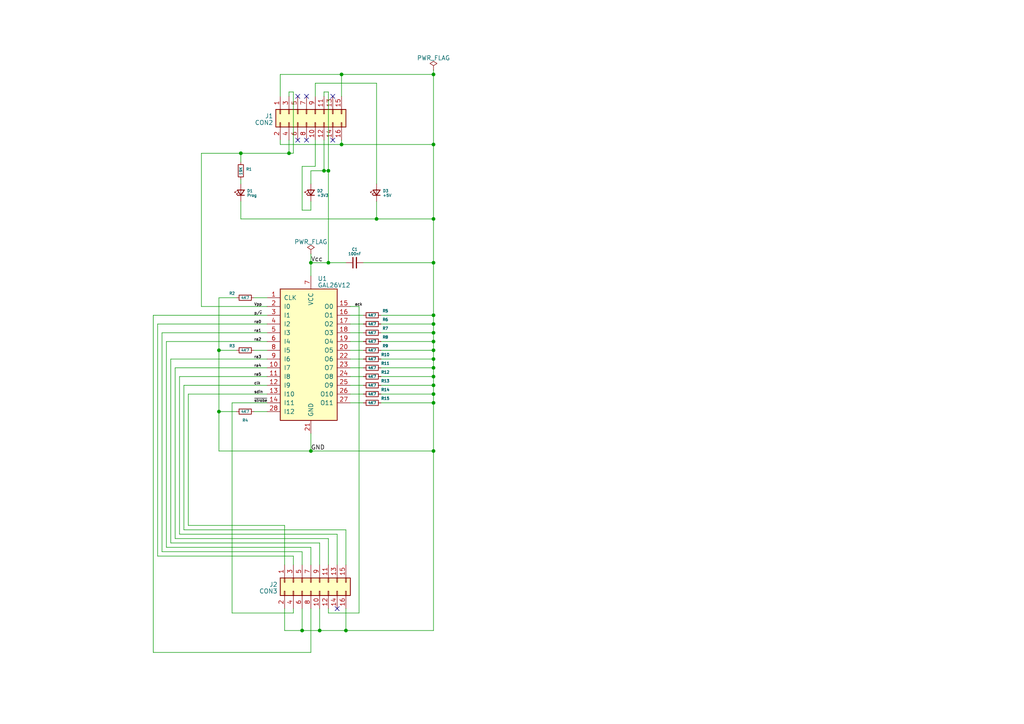
<source format=kicad_sch>
(kicad_sch (version 20230121) (generator eeschema)
  (paper "A4")
  (title_block (title "CSGBlaster PLCC28 (GAL26V12) Programming Adapter.") (date "2021-05-17") (rev "1.0") (comment 3 "for the GAL26V12 device in PLCC packaging.") (comment 4 "A PLCC28 Adapter for the CSGBlaster GAL programming board specifically"))
  (lib_symbols
    (symbol "Connector_Generic:Conn_02x08_Odd_Even" (pin_names (offset 1.016) hide)
      (property "Reference" "J" (at 1.27 10.16 0))
      (property "Value" "Conn_02x08_Odd_Even" (at 1.27 -12.7 0))
      (symbol "Conn_02x08_Odd_Even_1_1"
        (rectangle (start -1.27 -10.033) (end 0 -10.287) (stroke (width 0.1524)))
        (rectangle (start -1.27 -7.493) (end 0 -7.747) (stroke (width 0.1524)))
        (rectangle (start -1.27 -4.953) (end 0 -5.207) (stroke (width 0.1524)))
        (rectangle (start -1.27 -2.413) (end 0 -2.667) (stroke (width 0.1524)))
        (rectangle (start -1.27 0.127) (end 0 -0.127) (stroke (width 0.1524)))
        (rectangle (start -1.27 2.667) (end 0 2.413) (stroke (width 0.1524)))
        (rectangle (start -1.27 5.207) (end 0 4.953) (stroke (width 0.1524)))
        (rectangle (start -1.27 7.747) (end 0 7.493) (stroke (width 0.1524)))
        (rectangle (start -1.27 8.89) (end 3.81 -11.43) (stroke (width 0.254)) (fill (type background)))
        (rectangle (start 3.81 -10.033) (end 2.54 -10.287) (stroke (width 0.1524)))
        (rectangle (start 3.81 -7.493) (end 2.54 -7.747) (stroke (width 0.1524)))
        (rectangle (start 3.81 -4.953) (end 2.54 -5.207) (stroke (width 0.1524)))
        (rectangle (start 3.81 -2.413) (end 2.54 -2.667) (stroke (width 0.1524)))
        (rectangle (start 3.81 0.127) (end 2.54 -0.127) (stroke (width 0.1524)))
        (rectangle (start 3.81 2.667) (end 2.54 2.413) (stroke (width 0.1524)))
        (rectangle (start 3.81 5.207) (end 2.54 4.953) (stroke (width 0.1524)))
        (rectangle (start 3.81 7.747) (end 2.54 7.493) (stroke (width 0.1524)))
        (pin passive line (at -5.08 7.62 0) (length 3.81) (name "Pin_1") (number "1"))
        (pin passive line (at 7.62 -2.54 180) (length 3.81) (name "Pin_10") (number "10"))
        (pin passive line (at -5.08 -5.08 0) (length 3.81) (name "Pin_11") (number "11"))
        (pin passive line (at 7.62 -5.08 180) (length 3.81) (name "Pin_12") (number "12"))
        (pin passive line (at -5.08 -7.62 0) (length 3.81) (name "Pin_13") (number "13"))
        (pin passive line (at 7.62 -7.62 180) (length 3.81) (name "Pin_14") (number "14"))
        (pin passive line (at -5.08 -10.16 0) (length 3.81) (name "Pin_15") (number "15"))
        (pin passive line (at 7.62 -10.16 180) (length 3.81) (name "Pin_16") (number "16"))
        (pin passive line (at 7.62 7.62 180) (length 3.81) (name "Pin_2") (number "2"))
        (pin passive line (at -5.08 5.08 0) (length 3.81) (name "Pin_3") (number "3"))
        (pin passive line (at 7.62 5.08 180) (length 3.81) (name "Pin_4") (number "4"))
        (pin passive line (at -5.08 2.54 0) (length 3.81) (name "Pin_5") (number "5"))
        (pin passive line (at 7.62 2.54 180) (length 3.81) (name "Pin_6") (number "6"))
        (pin passive line (at -5.08 0 0) (length 3.81) (name "Pin_7") (number "7"))
        (pin passive line (at 7.62 0 180) (length 3.81) (name "Pin_8") (number "8"))
        (pin passive line (at -5.08 -2.54 0) (length 3.81) (name "Pin_9") (number "9"))
      )
    )
    (symbol "Device:C_Small" (pin_numbers hide) (pin_names (offset 0.254) hide)
      (property "Reference" "C" (at 0.254 1.778 0))
      (property "Value" "C_Small" (at 0.254 -2.032 0))
      (symbol "C_Small_0_1"
        (polyline (pts (xy -1.524 -0.508) (xy 1.524 -0.508)) (stroke (width 0.3302)))
        (polyline (pts (xy -1.524 0.508) (xy 1.524 0.508)) (stroke (width 0.3048)))
      )
      (symbol "C_Small_1_1"
        (pin passive line (at 0 2.54 270) (length 2.032) (name "~") (number "1"))
        (pin passive line (at 0 -2.54 90) (length 2.032) (name "~") (number "2"))
      )
    )
    (symbol "Device:LED_Small" (pin_numbers hide) (pin_names (offset 0.254) hide)
      (property "Reference" "D" (at -1.27 3.175 0))
      (property "Value" "LED_Small" (at -4.445 -2.54 0))
      (symbol "LED_Small_0_1"
        (polyline (pts (xy -0.762 -1.016) (xy -0.762 1.016)) (stroke (width 0.254)))
        (polyline (pts (xy 1.016 0) (xy -0.762 0)))
        (polyline (pts (xy 0.762 -1.016) (xy -0.762 0) (xy 0.762 1.016) (xy 0.762 -1.016)) (stroke (width 0.254)))
        (polyline (pts (xy 0 0.762) (xy -0.508 1.27) (xy -0.254 1.27) (xy -0.508 1.27) (xy -0.508 1.016)))
        (polyline (pts (xy 0.508 1.27) (xy 0 1.778) (xy 0.254 1.778) (xy 0 1.778) (xy 0 1.524)))
      )
      (symbol "LED_Small_1_1"
        (pin passive line (at -2.54 0 0) (length 1.778) (name "K") (number "1"))
        (pin passive line (at 2.54 0 180) (length 1.778) (name "A") (number "2"))
      )
    )
    (symbol "Device:R_Small" (pin_numbers hide) (pin_names (offset 0.254) hide)
      (property "Reference" "R" (at 0.762 0.508 0))
      (property "Value" "R_Small" (at 0.762 -1.016 0))
      (symbol "R_Small_0_1"
        (rectangle (start -0.762 1.778) (end 0.762 -1.778) (stroke (width 0.2032)))
      )
      (symbol "R_Small_1_1"
        (pin passive line (at 0 2.54 270) (length 0.762) (name "~") (number "1"))
        (pin passive line (at 0 -2.54 90) (length 0.762) (name "~") (number "2"))
      )
    )
    (symbol "GAL26Adapter:GAL26V12" (pin_names (offset 1.016))
      (property "Reference" "U?" (at 2.0194 18.9398 0))
      (property "Value" "GAL26V12" (at 2.0194 16.4029 0))
      (symbol "GAL26V12_0_0"
        (pin power_in line (at 0 -26.67 90) (length 3.81) (name "GND") (number "21"))
        (pin power_in line (at 0 19.05 270) (length 3.81) (name "VCC") (number "7"))
      )
      (symbol "GAL26V12_0_1"
        (rectangle (start -8.89 15.24) (end 7.62 -22.86) (stroke (width 0.254)) (fill (type background)))
      )
      (symbol "GAL26V12_1_1"
        (pin input line (at -12.7 12.7 0) (length 3.81) (name "CLK") (number "1"))
        (pin input line (at -12.7 -7.62 0) (length 3.81) (name "I7") (number "10"))
        (pin input line (at -12.7 -10.16 0) (length 3.81) (name "I8") (number "11"))
        (pin input line (at -12.7 -12.7 0) (length 3.81) (name "I9") (number "12"))
        (pin input line (at -12.7 -15.24 0) (length 3.81) (name "I10") (number "13"))
        (pin input line (at -12.7 -17.78 0) (length 3.81) (name "I11") (number "14"))
        (pin input line (at 11.43 10.16 180) (length 3.81) (name "O0") (number "15"))
        (pin input line (at 11.43 7.62 180) (length 3.81) (name "O1") (number "16"))
        (pin input line (at 11.43 5.08 180) (length 3.81) (name "O2") (number "17"))
        (pin output line (at 11.43 2.54 180) (length 3.81) (name "O3") (number "18"))
        (pin output line (at 11.43 0 180) (length 3.81) (name "O4") (number "19"))
        (pin input line (at -12.7 10.16 0) (length 3.81) (name "I0") (number "2"))
        (pin output line (at 11.43 -2.54 180) (length 3.81) (name "O5") (number "20"))
        (pin output line (at 11.43 -5.08 180) (length 3.81) (name "O6") (number "22"))
        (pin output line (at 11.43 -7.62 180) (length 3.81) (name "O7") (number "23"))
        (pin output line (at 11.43 -10.16 180) (length 3.81) (name "O8") (number "24"))
        (pin output line (at 11.43 -12.7 180) (length 3.81) (name "O9") (number "25"))
        (pin output line (at 11.43 -15.24 180) (length 3.81) (name "O10") (number "26"))
        (pin output line (at 11.43 -17.78 180) (length 3.81) (name "O11") (number "27"))
        (pin input line (at -12.7 -20.32 0) (length 3.81) (name "I12") (number "28"))
        (pin input line (at -12.7 7.62 0) (length 3.81) (name "I1") (number "3"))
        (pin input line (at -12.7 5.08 0) (length 3.81) (name "I2") (number "4"))
        (pin input line (at -12.7 2.54 0) (length 3.81) (name "I3") (number "5"))
        (pin input line (at -12.7 0 0) (length 3.81) (name "I4") (number "6"))
        (pin input line (at -12.7 -2.54 0) (length 3.81) (name "I5") (number "8"))
        (pin input line (at -12.7 -5.08 0) (length 3.81) (name "I6") (number "9"))
      )
    )
    (symbol "power:PWR_FLAG" (power) (pin_numbers hide) (pin_names (offset 0) hide)
      (property "Value" "PWR_FLAG" (at 0 3.81 0))
      (symbol "PWR_FLAG_0_0"
        (pin power_out line (at 0 0 90) (length 0) (name "pwr") (number "1"))
      )
      (symbol "PWR_FLAG_0_1"
        (polyline (pts (xy 0 0) (xy 0 1.27) (xy -1.016 1.905) (xy 0 2.54) (xy 1.016 1.905) (xy 0 1.27)))
      )
    )
  )
  (junction (at 125.73 21.59))
  (junction (at 63.5 119.38))
  (junction (at 125.73 91.44))
  (junction (at 125.73 104.14))
  (junction (at 93.98 49.53))
  (junction (at 125.73 99.06))
  (junction (at 125.73 130.81))
  (junction (at 125.73 111.76))
  (junction (at 90.17 130.81))
  (junction (at 125.73 101.6))
  (junction (at 69.85 44.45))
  (junction (at 63.5 101.6))
  (junction (at 90.17 76.2))
  (junction (at 99.06 21.59))
  (junction (at 125.73 114.3))
  (junction (at 125.73 109.22))
  (junction (at 87.63 182.88))
  (junction (at 125.73 116.84))
  (junction (at 125.73 76.2))
  (junction (at 125.73 96.52))
  (junction (at 83.82 44.45))
  (junction (at 95.25 49.53))
  (junction (at 100.33 182.88))
  (junction (at 92.71 182.88))
  (junction (at 99.06 41.91))
  (junction (at 125.73 93.98))
  (junction (at 95.25 76.2))
  (junction (at 125.73 41.91))
  (junction (at 125.73 106.68))
  (junction (at 125.73 63.5))
  (junction (at 109.22 63.5))
  (no_connect (at 96.52 27.94))
  (no_connect (at 96.52 40.64))
  (no_connect (at 88.9 40.64))
  (no_connect (at 86.36 27.94))
  (no_connect (at 88.9 27.94))
  (no_connect (at 97.79 176.53))
  (no_connect (at 86.36 40.64))
  (wire (pts (xy 85.09 161.29) (xy 85.09 163.83)))
  (wire (pts (xy 54.61 114.3) (xy 54.61 152.4)))
  (wire (pts (xy 100.33 182.88) (xy 92.71 182.88)))
  (wire (pts (xy 52.07 109.22) (xy 52.07 154.94)))
  (wire (pts (xy 77.47 91.44) (xy 44.45 91.44)))
  (wire (pts (xy 90.17 125.73) (xy 90.17 130.81)))
  (wire (pts (xy 90.17 158.75) (xy 90.17 163.83)))
  (wire (pts (xy 87.63 182.88) (xy 87.63 176.53)))
  (wire (pts (xy 90.17 49.53) (xy 93.98 49.53)))
  (wire (pts (xy 83.82 26.67) (xy 83.82 27.94)))
  (wire (pts (xy 93.98 26.67) (xy 93.98 27.94)))
  (wire (pts (xy 73.66 101.6) (xy 77.47 101.6)))
  (wire (pts (xy 125.73 116.84) (xy 125.73 130.81)))
  (wire (pts (xy 95.25 156.21) (xy 95.25 163.83)))
  (wire (pts (xy 97.79 154.94) (xy 97.79 163.83)))
  (wire (pts (xy 77.47 93.98) (xy 45.72 93.98)))
  (wire (pts (xy 99.06 41.91) (xy 81.28 41.91)))
  (wire (pts (xy 69.85 52.07) (xy 69.85 53.34)))
  (wire (pts (xy 125.73 182.88) (xy 100.33 182.88)))
  (wire (pts (xy 63.5 86.36) (xy 63.5 101.6)))
  (wire (pts (xy 44.45 189.23) (xy 90.17 189.23)))
  (wire (pts (xy 69.85 44.45) (xy 69.85 46.99)))
  (wire (pts (xy 125.73 93.98) (xy 125.73 96.52)))
  (wire (pts (xy 46.99 96.52) (xy 46.99 160.02)))
  (wire (pts (xy 50.8 156.21) (xy 95.25 156.21)))
  (wire (pts (xy 45.72 161.29) (xy 85.09 161.29)))
  (wire (pts (xy 90.17 76.2) (xy 90.17 80.01)))
  (wire (pts (xy 110.49 96.52) (xy 125.73 96.52)))
  (wire (pts (xy 101.6 114.3) (xy 105.41 114.3)))
  (wire (pts (xy 95.25 76.2) (xy 100.33 76.2)))
  (wire (pts (xy 77.47 99.06) (xy 48.26 99.06)))
  (wire (pts (xy 101.6 93.98) (xy 105.41 93.98)))
  (wire (pts (xy 105.41 76.2) (xy 125.73 76.2)))
  (wire (pts (xy 90.17 60.96) (xy 87.63 60.96)))
  (wire (pts (xy 99.06 21.59) (xy 81.28 21.59)))
  (wire (pts (xy 53.34 111.76) (xy 53.34 153.67)))
  (wire (pts (xy 110.49 111.76) (xy 125.73 111.76)))
  (wire (pts (xy 101.6 111.76) (xy 105.41 111.76)))
  (wire (pts (xy 104.14 88.9) (xy 104.14 177.8)))
  (wire (pts (xy 125.73 63.5) (xy 125.73 76.2)))
  (wire (pts (xy 77.47 111.76) (xy 53.34 111.76)))
  (wire (pts (xy 90.17 189.23) (xy 90.17 176.53)))
  (wire (pts (xy 125.73 91.44) (xy 125.73 93.98)))
  (wire (pts (xy 95.25 26.67) (xy 93.98 26.67)))
  (wire (pts (xy 125.73 99.06) (xy 125.73 101.6)))
  (wire (pts (xy 50.8 106.68) (xy 50.8 156.21)))
  (wire (pts (xy 110.49 101.6) (xy 125.73 101.6)))
  (wire (pts (xy 99.06 40.64) (xy 99.06 41.91)))
  (wire (pts (xy 101.6 99.06) (xy 105.41 99.06)))
  (wire (pts (xy 69.85 63.5) (xy 109.22 63.5)))
  (wire (pts (xy 53.34 153.67) (xy 100.33 153.67)))
  (wire (pts (xy 77.47 88.9) (xy 58.42 88.9)))
  (wire (pts (xy 92.71 157.48) (xy 92.71 163.83)))
  (wire (pts (xy 81.28 21.59) (xy 81.28 27.94)))
  (wire (pts (xy 90.17 58.42) (xy 90.17 60.96)))
  (wire (pts (xy 49.53 104.14) (xy 49.53 157.48)))
  (wire (pts (xy 100.33 153.67) (xy 100.33 163.83)))
  (wire (pts (xy 99.06 41.91) (xy 125.73 41.91)))
  (wire (pts (xy 82.55 182.88) (xy 82.55 176.53)))
  (wire (pts (xy 109.22 24.13) (xy 91.44 24.13)))
  (wire (pts (xy 45.72 93.98) (xy 45.72 161.29)))
  (wire (pts (xy 63.5 119.38) (xy 63.5 130.81)))
  (wire (pts (xy 77.47 96.52) (xy 46.99 96.52)))
  (wire (pts (xy 68.58 86.36) (xy 63.5 86.36)))
  (wire (pts (xy 101.6 88.9) (xy 104.14 88.9)))
  (wire (pts (xy 58.42 44.45) (xy 69.85 44.45)))
  (wire (pts (xy 101.6 116.84) (xy 105.41 116.84)))
  (wire (pts (xy 87.63 182.88) (xy 82.55 182.88)))
  (wire (pts (xy 83.82 44.45) (xy 69.85 44.45)))
  (wire (pts (xy 91.44 40.64) (xy 91.44 48.26)))
  (wire (pts (xy 77.47 104.14) (xy 49.53 104.14)))
  (wire (pts (xy 63.5 119.38) (xy 68.58 119.38)))
  (wire (pts (xy 93.98 49.53) (xy 93.98 40.64)))
  (wire (pts (xy 85.09 26.67) (xy 83.82 26.67)))
  (wire (pts (xy 109.22 63.5) (xy 125.73 63.5)))
  (wire (pts (xy 87.63 160.02) (xy 87.63 163.83)))
  (wire (pts (xy 101.6 106.68) (xy 105.41 106.68)))
  (wire (pts (xy 125.73 21.59) (xy 99.06 21.59)))
  (wire (pts (xy 125.73 111.76) (xy 125.73 114.3)))
  (wire (pts (xy 125.73 106.68) (xy 125.73 109.22)))
  (wire (pts (xy 110.49 93.98) (xy 125.73 93.98)))
  (wire (pts (xy 125.73 96.52) (xy 125.73 99.06)))
  (wire (pts (xy 87.63 48.26) (xy 91.44 48.26)))
  (wire (pts (xy 99.06 21.59) (xy 99.06 27.94)))
  (wire (pts (xy 67.31 177.8) (xy 85.09 177.8)))
  (wire (pts (xy 90.17 73.66) (xy 90.17 76.2)))
  (wire (pts (xy 85.09 177.8) (xy 85.09 176.53)))
  (wire (pts (xy 110.49 114.3) (xy 125.73 114.3)))
  (wire (pts (xy 125.73 76.2) (xy 125.73 91.44)))
  (wire (pts (xy 83.82 40.64) (xy 83.82 44.45)))
  (wire (pts (xy 110.49 106.68) (xy 125.73 106.68)))
  (wire (pts (xy 77.47 106.68) (xy 50.8 106.68)))
  (wire (pts (xy 77.47 109.22) (xy 52.07 109.22)))
  (wire (pts (xy 110.49 109.22) (xy 125.73 109.22)))
  (wire (pts (xy 81.28 41.91) (xy 81.28 40.64)))
  (wire (pts (xy 54.61 114.3) (xy 77.47 114.3)))
  (wire (pts (xy 92.71 182.88) (xy 87.63 182.88)))
  (wire (pts (xy 67.31 116.84) (xy 67.31 177.8)))
  (wire (pts (xy 48.26 158.75) (xy 90.17 158.75)))
  (wire (pts (xy 58.42 88.9) (xy 58.42 44.45)))
  (wire (pts (xy 101.6 104.14) (xy 105.41 104.14)))
  (wire (pts (xy 109.22 63.5) (xy 109.22 58.42)))
  (wire (pts (xy 101.6 109.22) (xy 105.41 109.22)))
  (wire (pts (xy 125.73 109.22) (xy 125.73 111.76)))
  (wire (pts (xy 110.49 116.84) (xy 125.73 116.84)))
  (wire (pts (xy 82.55 152.4) (xy 82.55 163.83)))
  (wire (pts (xy 68.58 101.6) (xy 63.5 101.6)))
  (wire (pts (xy 63.5 101.6) (xy 63.5 119.38)))
  (wire (pts (xy 90.17 130.81) (xy 125.73 130.81)))
  (wire (pts (xy 95.25 76.2) (xy 90.17 76.2)))
  (wire (pts (xy 125.73 20.32) (xy 125.73 21.59)))
  (wire (pts (xy 125.73 114.3) (xy 125.73 116.84)))
  (wire (pts (xy 101.6 91.44) (xy 105.41 91.44)))
  (wire (pts (xy 83.82 44.45) (xy 85.09 44.45)))
  (wire (pts (xy 46.99 160.02) (xy 87.63 160.02)))
  (wire (pts (xy 110.49 99.06) (xy 125.73 99.06)))
  (wire (pts (xy 95.25 26.67) (xy 95.25 49.53)))
  (wire (pts (xy 91.44 24.13) (xy 91.44 27.94)))
  (wire (pts (xy 92.71 182.88) (xy 92.71 176.53)))
  (wire (pts (xy 95.25 177.8) (xy 95.25 176.53)))
  (wire (pts (xy 125.73 63.5) (xy 125.73 41.91)))
  (wire (pts (xy 73.66 119.38) (xy 77.47 119.38)))
  (wire (pts (xy 101.6 101.6) (xy 105.41 101.6)))
  (wire (pts (xy 109.22 24.13) (xy 109.22 53.34)))
  (wire (pts (xy 125.73 130.81) (xy 125.73 182.88)))
  (wire (pts (xy 69.85 58.42) (xy 69.85 63.5)))
  (wire (pts (xy 87.63 60.96) (xy 87.63 48.26)))
  (wire (pts (xy 101.6 96.52) (xy 105.41 96.52)))
  (wire (pts (xy 90.17 53.34) (xy 90.17 49.53)))
  (wire (pts (xy 85.09 44.45) (xy 85.09 26.67)))
  (wire (pts (xy 110.49 104.14) (xy 125.73 104.14)))
  (wire (pts (xy 104.14 177.8) (xy 95.25 177.8)))
  (wire (pts (xy 110.49 91.44) (xy 125.73 91.44)))
  (wire (pts (xy 125.73 104.14) (xy 125.73 106.68)))
  (wire (pts (xy 125.73 101.6) (xy 125.73 104.14)))
  (wire (pts (xy 52.07 154.94) (xy 97.79 154.94)))
  (wire (pts (xy 54.61 152.4) (xy 82.55 152.4)))
  (wire (pts (xy 95.25 49.53) (xy 95.25 76.2)))
  (wire (pts (xy 73.66 86.36) (xy 77.47 86.36)))
  (wire (pts (xy 125.73 41.91) (xy 125.73 21.59)))
  (wire (pts (xy 63.5 130.81) (xy 90.17 130.81)))
  (wire (pts (xy 93.98 49.53) (xy 95.25 49.53)))
  (wire (pts (xy 44.45 91.44) (xy 44.45 189.23)))
  (wire (pts (xy 77.47 116.84) (xy 67.31 116.84)))
  (wire (pts (xy 49.53 157.48) (xy 92.71 157.48)))
  (wire (pts (xy 100.33 182.88) (xy 100.33 176.53)))
  (wire (pts (xy 48.26 99.06) (xy 48.26 158.75)))
  (label "GND" (at 90.17 130.81 0))
  (label "ra2" (at 73.66 99.06 0) (effects (font (size 0.8 0.8))))
  (label "Vpp" (at 73.66 88.9 0) (effects (font (size 0.8 0.8))))
  (label "ack" (at 102.87 88.9 0) (effects (font (size 0.8 0.8))))
  (label "clk" (at 73.66 111.76 0) (effects (font (size 0.8 0.8))))
  (label "ra3" (at 73.66 104.14 0) (effects (font (size 0.8 0.8))))
  (label "sdin" (at 73.66 114.3 0) (effects (font (size 0.8 0.8))))
  (label "~{strobe}" (at 73.66 116.84 0) (effects (font (size 0.8 0.8))))
  (label "ra0" (at 73.66 93.98 0) (effects (font (size 0.8 0.8))))
  (label "ra1" (at 73.66 96.52 0) (effects (font (size 0.8 0.8))))
  (label "Vcc" (at 90.17 76.2 0))
  (label "ra4" (at 73.66 106.68 0) (effects (font (size 0.8 0.8))))
  (label "ra5" (at 73.66 109.22 0) (effects (font (size 0.8 0.8))))
  (label "p{slash}~{v}" (at 73.66 91.44 0) (effects (font (size 0.8 0.8))))
  (symbol (lib_id "Device:LED_Small") (at 90.17 55.88 90) (unit 1)
    (property "Reference" "D2" (at 91.948 55.364 90) (effects (font (size 0.8 0.8)) (justify right)))
    (property "Value" "+3V3" (at 91.948 56.668 90) (effects (font (size 0.8 0.8)) (justify right)))
    (property "Footprint" "LED_SMD:LED_0603_1608Metric" (effects hide))
  )
  (symbol (lib_id "Connector_Generic:Conn_02x08_Odd_Even") (at 90.17 168.91 90) (mirror x) (unit 1)
    (property "Reference" "J2" (at 80.5181 169.5363 90) (effects (justify left)))
    (property "Value" "CON3" (at 80.5181 171.4573 90) (effects (justify left)))
    (property "Footprint" "Connector_PinHeader_2.54mm:PinHeader_2x08_P2.54mm_Vertical" (effects hide))
  )
  (symbol (lib_id "Device:R_Small") (at 107.95 91.44 90) (unit 1)
    (property "Reference" "R5" (at 111.76 90.17 90) (effects (font (size 0.8 0.8))))
    (property "Value" "4K7" (at 107.95 91.44 90) (effects (font (size 0.8 0.8))))
    (property "Footprint" "Resistor_SMD:R_0805_2012Metric" (effects hide))
  )
  (symbol (lib_id "Device:R_Small") (at 107.95 109.22 90) (unit 1)
    (property "Reference" "R12" (at 111.76 107.95 90) (effects (font (size 0.8 0.8))))
    (property "Value" "4K7" (at 107.95 109.22 90) (effects (font (size 0.8 0.8))))
    (property "Footprint" "Resistor_SMD:R_0805_2012Metric" (effects hide))
  )
  (symbol (lib_id "Device:R_Small") (at 107.95 114.3 90) (unit 1)
    (property "Reference" "R14" (at 111.76 113.03 90) (effects (font (size 0.8 0.8))))
    (property "Value" "4K7" (at 107.95 114.3 90) (effects (font (size 0.8 0.8))))
    (property "Footprint" "Resistor_SMD:R_0805_2012Metric" (effects hide))
  )
  (symbol (lib_id "Device:R_Small") (at 69.85 49.53 0) (unit 1)
    (property "Reference" "R1" (at 71.3486 49.0775 0) (effects (font (size 0.8 0.8)) (justify left)))
    (property "Value" "19K" (at 69.85 50.8 90) (effects (font (size 0.8 0.8)) (justify left)))
    (property "Footprint" "Resistor_SMD:R_0805_2012Metric" (effects hide))
  )
  (symbol (lib_id "Connector_Generic:Conn_02x08_Odd_Even") (at 88.9 33.02 90) (mirror x) (unit 1)
    (property "Reference" "J1" (at 79.2481 33.6463 90) (effects (justify left)))
    (property "Value" "CON2" (at 79.2481 35.5673 90) (effects (justify left)))
    (property "Footprint" "Connector_PinHeader_2.54mm:PinHeader_2x08_P2.54mm_Vertical" (effects hide))
  )
  (symbol (lib_id "Device:R_Small") (at 107.95 104.14 90) (unit 1)
    (property "Reference" "R10" (at 111.76 102.87 90) (effects (font (size 0.8 0.8))))
    (property "Value" "4K7" (at 107.95 104.14 90) (effects (font (size 0.8 0.8))))
    (property "Footprint" "Resistor_SMD:R_0805_2012Metric" (effects hide))
  )
  (symbol (lib_id "Device:R_Small") (at 71.12 86.36 90) (unit 1)
    (property "Reference" "R2" (at 67.31 85.09 90) (effects (font (size 0.8 0.8))))
    (property "Value" "4K7" (at 71.12 86.36 90) (effects (font (size 0.8 0.8))))
    (property "Footprint" "Resistor_SMD:R_0805_2012Metric" (effects hide))
  )
  (symbol (lib_id "power:PWR_FLAG") (at 125.73 20.32 0) (unit 1)
    (property "Reference" "#FLG02" (effects hide))
    (property "Value" "PWR_FLAG" (at 125.73 16.8181 0))
  )
  (symbol (lib_id "Device:R_Small") (at 107.95 116.84 90) (unit 1)
    (property "Reference" "R15" (at 111.76 115.57 90) (effects (font (size 0.8 0.8))))
    (property "Value" "4K7" (at 107.95 116.84 90) (effects (font (size 0.8 0.8))))
    (property "Footprint" "Resistor_SMD:R_0805_2012Metric" (effects hide))
  )
  (symbol (lib_id "power:PWR_FLAG") (at 90.17 73.66 0) (unit 1)
    (property "Reference" "#FLG01" (effects hide))
    (property "Value" "PWR_FLAG" (at 90.17 70.1581 0))
  )
  (symbol (lib_id "GAL26Adapter:GAL26V12") (at 90.17 99.06 0) (unit 1)
    (property "Reference" "U1" (at 92.1259 80.8101 0) (effects (justify left)))
    (property "Value" "GAL26V12" (at 92.1259 82.7311 0) (effects (justify left)))
    (property "Footprint" "Package_LCC:PLCC-28_THT-Socket" (effects hide))
  )
  (symbol (lib_id "Device:R_Small") (at 107.95 93.98 90) (unit 1)
    (property "Reference" "R6" (at 111.76 92.71 90) (effects (font (size 0.8 0.8))))
    (property "Value" "4K7" (at 107.95 93.98 90) (effects (font (size 0.8 0.8))))
    (property "Footprint" "Resistor_SMD:R_0805_2012Metric" (effects hide))
  )
  (symbol (lib_id "Device:R_Small") (at 107.95 106.68 90) (unit 1)
    (property "Reference" "R11" (at 111.76 105.41 90) (effects (font (size 0.8 0.8))))
    (property "Value" "4K7" (at 107.95 106.68 90) (effects (font (size 0.8 0.8))))
    (property "Footprint" "Resistor_SMD:R_0805_2012Metric" (effects hide))
  )
  (symbol (lib_id "Device:R_Small") (at 107.95 111.76 90) (unit 1)
    (property "Reference" "R13" (at 111.76 110.49 90) (effects (font (size 0.8 0.8))))
    (property "Value" "4K7" (at 107.95 111.76 90) (effects (font (size 0.8 0.8))))
    (property "Footprint" "Resistor_SMD:R_0805_2012Metric" (effects hide))
  )
  (symbol (lib_id "Device:LED_Small") (at 109.22 55.88 90) (unit 1)
    (property "Reference" "D3" (at 110.998 55.364 90) (effects (font (size 0.8 0.8)) (justify right)))
    (property "Value" "+5V" (at 110.998 56.668 90) (effects (font (size 0.8 0.8)) (justify right)))
    (property "Footprint" "LED_SMD:LED_0603_1608Metric" (effects hide))
  )
  (symbol (lib_id "Device:R_Small") (at 107.95 101.6 90) (unit 1)
    (property "Reference" "R9" (at 111.76 100.33 90) (effects (font (size 0.8 0.8))))
    (property "Value" "4K7" (at 107.95 101.6 90) (effects (font (size 0.8 0.8))))
    (property "Footprint" "Resistor_SMD:R_0805_2012Metric" (effects hide))
  )
  (symbol (lib_id "Device:R_Small") (at 71.12 101.6 90) (unit 1)
    (property "Reference" "R3" (at 67.31 100.33 90) (effects (font (size 0.8 0.8))))
    (property "Value" "4K7" (at 71.12 101.6 90) (effects (font (size 0.8 0.8))))
    (property "Footprint" "Resistor_SMD:R_0805_2012Metric" (effects hide))
  )
  (symbol (lib_id "Device:C_Small") (at 102.87 76.2 90) (unit 1)
    (property "Reference" "C1" (at 102.8763 72.3189 90) (effects (font (size 0.8 0.8))))
    (property "Value" "100nF" (at 102.8763 73.6229 90) (effects (font (size 0.8 0.8))))
    (property "Footprint" "Capacitor_SMD:C_0805_2012Metric" (effects hide))
  )
  (symbol (lib_id "Device:R_Small") (at 71.12 119.38 90) (unit 1)
    (property "Reference" "R4" (at 71.12 121.92 90) (effects (font (size 0.8 0.8))))
    (property "Value" "4K7" (at 71.12 119.38 90) (effects (font (size 0.8 0.8))))
    (property "Footprint" "Resistor_SMD:R_0805_2012Metric" (effects hide))
  )
  (symbol (lib_id "Device:R_Small") (at 107.95 99.06 90) (unit 1)
    (property "Reference" "R8" (at 111.76 97.79 90) (effects (font (size 0.8 0.8))))
    (property "Value" "4K7" (at 107.95 99.06 90) (effects (font (size 0.8 0.8))))
    (property "Footprint" "Resistor_SMD:R_0805_2012Metric" (effects hide))
  )
  (symbol (lib_id "Device:R_Small") (at 107.95 96.52 90) (unit 1)
    (property "Reference" "R7" (at 111.76 95.25 90) (effects (font (size 0.8 0.8))))
    (property "Value" "4K7" (at 107.95 96.52 90) (effects (font (size 0.8 0.8))))
    (property "Footprint" "Resistor_SMD:R_0805_2012Metric" (effects hide))
  )
  (symbol (lib_id "Device:LED_Small") (at 69.85 55.88 90) (unit 1)
    (property "Reference" "D1" (at 71.628 55.364 90) (effects (font (size 0.8 0.8)) (justify right)))
    (property "Value" "Prog" (at 71.628 56.668 90) (effects (font (size 0.8 0.8)) (justify right)))
    (property "Footprint" "LED_SMD:LED_0603_1608Metric" (effects hide))
  )
)
</source>
